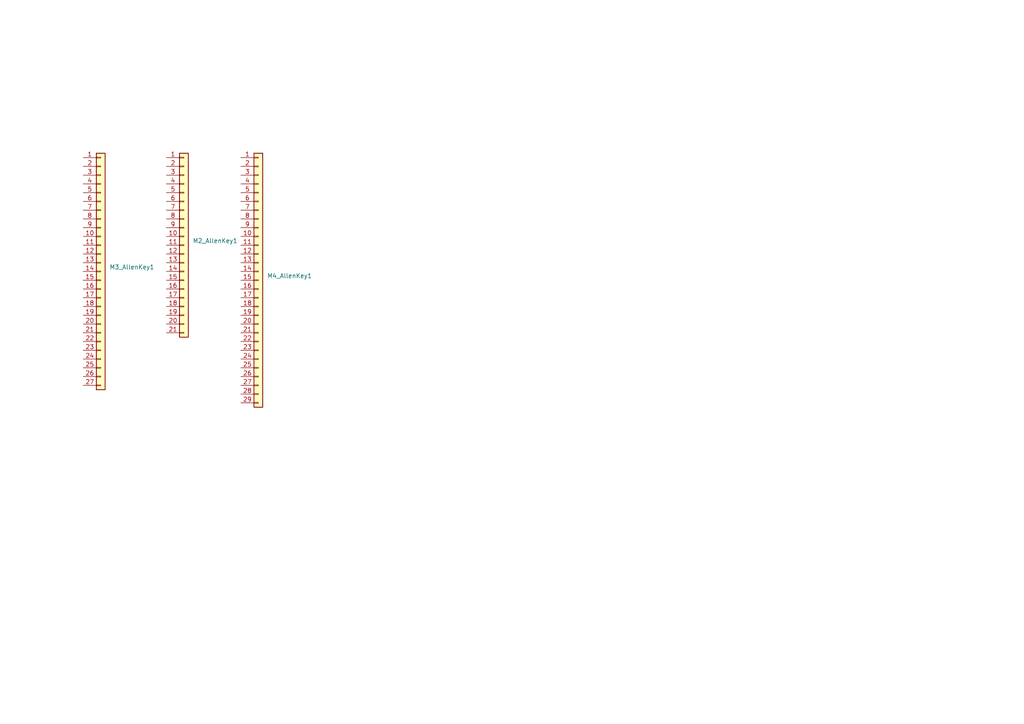
<source format=kicad_sch>
(kicad_sch (version 20231120) (generator "eeschema") (generator_version "8.0")
  (paper "A4")
  (lib_symbols
    (symbol "Connector_Generic:Conn_01x21" (pin_names (offset 1.016) hide)
      (property "Reference" "J" (at 0 27.94 0))
      (property "Value" "Conn_01x21" (at 0 -27.94 0))
      (symbol "Conn_01x21_1_1"
        (rectangle (start -1.27 -25.273) (end 0 -25.527) (stroke (width 0.1524)))
        (rectangle (start -1.27 -22.733) (end 0 -22.987) (stroke (width 0.1524)))
        (rectangle (start -1.27 -20.193) (end 0 -20.447) (stroke (width 0.1524)))
        (rectangle (start -1.27 -17.653) (end 0 -17.907) (stroke (width 0.1524)))
        (rectangle (start -1.27 -15.113) (end 0 -15.367) (stroke (width 0.1524)))
        (rectangle (start -1.27 -12.573) (end 0 -12.827) (stroke (width 0.1524)))
        (rectangle (start -1.27 -10.033) (end 0 -10.287) (stroke (width 0.1524)))
        (rectangle (start -1.27 -7.493) (end 0 -7.747) (stroke (width 0.1524)))
        (rectangle (start -1.27 -4.953) (end 0 -5.207) (stroke (width 0.1524)))
        (rectangle (start -1.27 -2.413) (end 0 -2.667) (stroke (width 0.1524)))
        (rectangle (start -1.27 0.127) (end 0 -0.127) (stroke (width 0.1524)))
        (rectangle (start -1.27 2.667) (end 0 2.413) (stroke (width 0.1524)))
        (rectangle (start -1.27 5.207) (end 0 4.953) (stroke (width 0.1524)))
        (rectangle (start -1.27 7.747) (end 0 7.493) (stroke (width 0.1524)))
        (rectangle (start -1.27 10.287) (end 0 10.033) (stroke (width 0.1524)))
        (rectangle (start -1.27 12.827) (end 0 12.573) (stroke (width 0.1524)))
        (rectangle (start -1.27 15.367) (end 0 15.113) (stroke (width 0.1524)))
        (rectangle (start -1.27 17.907) (end 0 17.653) (stroke (width 0.1524)))
        (rectangle (start -1.27 20.447) (end 0 20.193) (stroke (width 0.1524)))
        (rectangle (start -1.27 22.987) (end 0 22.733) (stroke (width 0.1524)))
        (rectangle (start -1.27 25.527) (end 0 25.273) (stroke (width 0.1524)))
        (rectangle (start -1.27 26.67) (end 1.27 -26.67) (stroke (width 0.254)) (fill (type background)))
        (pin passive line (at -5.08 25.4 0) (length 3.81) (name "Pin_1") (number "1"))
        (pin passive line (at -5.08 2.54 0) (length 3.81) (name "Pin_10") (number "10"))
        (pin passive line (at -5.08 0 0) (length 3.81) (name "Pin_11") (number "11"))
        (pin passive line (at -5.08 -2.54 0) (length 3.81) (name "Pin_12") (number "12"))
        (pin passive line (at -5.08 -5.08 0) (length 3.81) (name "Pin_13") (number "13"))
        (pin passive line (at -5.08 -7.62 0) (length 3.81) (name "Pin_14") (number "14"))
        (pin passive line (at -5.08 -10.16 0) (length 3.81) (name "Pin_15") (number "15"))
        (pin passive line (at -5.08 -12.7 0) (length 3.81) (name "Pin_16") (number "16"))
        (pin passive line (at -5.08 -15.24 0) (length 3.81) (name "Pin_17") (number "17"))
        (pin passive line (at -5.08 -17.78 0) (length 3.81) (name "Pin_18") (number "18"))
        (pin passive line (at -5.08 -20.32 0) (length 3.81) (name "Pin_19") (number "19"))
        (pin passive line (at -5.08 22.86 0) (length 3.81) (name "Pin_2") (number "2"))
        (pin passive line (at -5.08 -22.86 0) (length 3.81) (name "Pin_20") (number "20"))
        (pin passive line (at -5.08 -25.4 0) (length 3.81) (name "Pin_21") (number "21"))
        (pin passive line (at -5.08 20.32 0) (length 3.81) (name "Pin_3") (number "3"))
        (pin passive line (at -5.08 17.78 0) (length 3.81) (name "Pin_4") (number "4"))
        (pin passive line (at -5.08 15.24 0) (length 3.81) (name "Pin_5") (number "5"))
        (pin passive line (at -5.08 12.7 0) (length 3.81) (name "Pin_6") (number "6"))
        (pin passive line (at -5.08 10.16 0) (length 3.81) (name "Pin_7") (number "7"))
        (pin passive line (at -5.08 7.62 0) (length 3.81) (name "Pin_8") (number "8"))
        (pin passive line (at -5.08 5.08 0) (length 3.81) (name "Pin_9") (number "9"))
      )
    )
    (symbol "Connector_Generic:Conn_01x27" (pin_names (offset 1.016) hide)
      (property "Reference" "J" (at 0 35.56 0))
      (property "Value" "Conn_01x27" (at 0 -35.56 0))
      (symbol "Conn_01x27_1_1"
        (rectangle (start -1.27 -32.893) (end 0 -33.147) (stroke (width 0.1524)))
        (rectangle (start -1.27 -30.353) (end 0 -30.607) (stroke (width 0.1524)))
        (rectangle (start -1.27 -27.813) (end 0 -28.067) (stroke (width 0.1524)))
        (rectangle (start -1.27 -25.273) (end 0 -25.527) (stroke (width 0.1524)))
        (rectangle (start -1.27 -22.733) (end 0 -22.987) (stroke (width 0.1524)))
        (rectangle (start -1.27 -20.193) (end 0 -20.447) (stroke (width 0.1524)))
        (rectangle (start -1.27 -17.653) (end 0 -17.907) (stroke (width 0.1524)))
        (rectangle (start -1.27 -15.113) (end 0 -15.367) (stroke (width 0.1524)))
        (rectangle (start -1.27 -12.573) (end 0 -12.827) (stroke (width 0.1524)))
        (rectangle (start -1.27 -10.033) (end 0 -10.287) (stroke (width 0.1524)))
        (rectangle (start -1.27 -7.493) (end 0 -7.747) (stroke (width 0.1524)))
        (rectangle (start -1.27 -4.953) (end 0 -5.207) (stroke (width 0.1524)))
        (rectangle (start -1.27 -2.413) (end 0 -2.667) (stroke (width 0.1524)))
        (rectangle (start -1.27 0.127) (end 0 -0.127) (stroke (width 0.1524)))
        (rectangle (start -1.27 2.667) (end 0 2.413) (stroke (width 0.1524)))
        (rectangle (start -1.27 5.207) (end 0 4.953) (stroke (width 0.1524)))
        (rectangle (start -1.27 7.747) (end 0 7.493) (stroke (width 0.1524)))
        (rectangle (start -1.27 10.287) (end 0 10.033) (stroke (width 0.1524)))
        (rectangle (start -1.27 12.827) (end 0 12.573) (stroke (width 0.1524)))
        (rectangle (start -1.27 15.367) (end 0 15.113) (stroke (width 0.1524)))
        (rectangle (start -1.27 17.907) (end 0 17.653) (stroke (width 0.1524)))
        (rectangle (start -1.27 20.447) (end 0 20.193) (stroke (width 0.1524)))
        (rectangle (start -1.27 22.987) (end 0 22.733) (stroke (width 0.1524)))
        (rectangle (start -1.27 25.527) (end 0 25.273) (stroke (width 0.1524)))
        (rectangle (start -1.27 28.067) (end 0 27.813) (stroke (width 0.1524)))
        (rectangle (start -1.27 30.607) (end 0 30.353) (stroke (width 0.1524)))
        (rectangle (start -1.27 33.147) (end 0 32.893) (stroke (width 0.1524)))
        (rectangle (start -1.27 34.29) (end 1.27 -34.29) (stroke (width 0.254)) (fill (type background)))
        (pin passive line (at -5.08 33.02 0) (length 3.81) (name "Pin_1") (number "1"))
        (pin passive line (at -5.08 10.16 0) (length 3.81) (name "Pin_10") (number "10"))
        (pin passive line (at -5.08 7.62 0) (length 3.81) (name "Pin_11") (number "11"))
        (pin passive line (at -5.08 5.08 0) (length 3.81) (name "Pin_12") (number "12"))
        (pin passive line (at -5.08 2.54 0) (length 3.81) (name "Pin_13") (number "13"))
        (pin passive line (at -5.08 0 0) (length 3.81) (name "Pin_14") (number "14"))
        (pin passive line (at -5.08 -2.54 0) (length 3.81) (name "Pin_15") (number "15"))
        (pin passive line (at -5.08 -5.08 0) (length 3.81) (name "Pin_16") (number "16"))
        (pin passive line (at -5.08 -7.62 0) (length 3.81) (name "Pin_17") (number "17"))
        (pin passive line (at -5.08 -10.16 0) (length 3.81) (name "Pin_18") (number "18"))
        (pin passive line (at -5.08 -12.7 0) (length 3.81) (name "Pin_19") (number "19"))
        (pin passive line (at -5.08 30.48 0) (length 3.81) (name "Pin_2") (number "2"))
        (pin passive line (at -5.08 -15.24 0) (length 3.81) (name "Pin_20") (number "20"))
        (pin passive line (at -5.08 -17.78 0) (length 3.81) (name "Pin_21") (number "21"))
        (pin passive line (at -5.08 -20.32 0) (length 3.81) (name "Pin_22") (number "22"))
        (pin passive line (at -5.08 -22.86 0) (length 3.81) (name "Pin_23") (number "23"))
        (pin passive line (at -5.08 -25.4 0) (length 3.81) (name "Pin_24") (number "24"))
        (pin passive line (at -5.08 -27.94 0) (length 3.81) (name "Pin_25") (number "25"))
        (pin passive line (at -5.08 -30.48 0) (length 3.81) (name "Pin_26") (number "26"))
        (pin passive line (at -5.08 -33.02 0) (length 3.81) (name "Pin_27") (number "27"))
        (pin passive line (at -5.08 27.94 0) (length 3.81) (name "Pin_3") (number "3"))
        (pin passive line (at -5.08 25.4 0) (length 3.81) (name "Pin_4") (number "4"))
        (pin passive line (at -5.08 22.86 0) (length 3.81) (name "Pin_5") (number "5"))
        (pin passive line (at -5.08 20.32 0) (length 3.81) (name "Pin_6") (number "6"))
        (pin passive line (at -5.08 17.78 0) (length 3.81) (name "Pin_7") (number "7"))
        (pin passive line (at -5.08 15.24 0) (length 3.81) (name "Pin_8") (number "8"))
        (pin passive line (at -5.08 12.7 0) (length 3.81) (name "Pin_9") (number "9"))
      )
    )
    (symbol "Connector_Generic:Conn_01x29" (pin_names (offset 1.016) hide)
      (property "Reference" "J" (at 0 38.1 0))
      (property "Value" "Conn_01x29" (at 0 -38.1 0))
      (symbol "Conn_01x29_1_1"
        (rectangle (start -1.27 -35.433) (end 0 -35.687) (stroke (width 0.1524)))
        (rectangle (start -1.27 -32.893) (end 0 -33.147) (stroke (width 0.1524)))
        (rectangle (start -1.27 -30.353) (end 0 -30.607) (stroke (width 0.1524)))
        (rectangle (start -1.27 -27.813) (end 0 -28.067) (stroke (width 0.1524)))
        (rectangle (start -1.27 -25.273) (end 0 -25.527) (stroke (width 0.1524)))
        (rectangle (start -1.27 -22.733) (end 0 -22.987) (stroke (width 0.1524)))
        (rectangle (start -1.27 -20.193) (end 0 -20.447) (stroke (width 0.1524)))
        (rectangle (start -1.27 -17.653) (end 0 -17.907) (stroke (width 0.1524)))
        (rectangle (start -1.27 -15.113) (end 0 -15.367) (stroke (width 0.1524)))
        (rectangle (start -1.27 -12.573) (end 0 -12.827) (stroke (width 0.1524)))
        (rectangle (start -1.27 -10.033) (end 0 -10.287) (stroke (width 0.1524)))
        (rectangle (start -1.27 -7.493) (end 0 -7.747) (stroke (width 0.1524)))
        (rectangle (start -1.27 -4.953) (end 0 -5.207) (stroke (width 0.1524)))
        (rectangle (start -1.27 -2.413) (end 0 -2.667) (stroke (width 0.1524)))
        (rectangle (start -1.27 0.127) (end 0 -0.127) (stroke (width 0.1524)))
        (rectangle (start -1.27 2.667) (end 0 2.413) (stroke (width 0.1524)))
        (rectangle (start -1.27 5.207) (end 0 4.953) (stroke (width 0.1524)))
        (rectangle (start -1.27 7.747) (end 0 7.493) (stroke (width 0.1524)))
        (rectangle (start -1.27 10.287) (end 0 10.033) (stroke (width 0.1524)))
        (rectangle (start -1.27 12.827) (end 0 12.573) (stroke (width 0.1524)))
        (rectangle (start -1.27 15.367) (end 0 15.113) (stroke (width 0.1524)))
        (rectangle (start -1.27 17.907) (end 0 17.653) (stroke (width 0.1524)))
        (rectangle (start -1.27 20.447) (end 0 20.193) (stroke (width 0.1524)))
        (rectangle (start -1.27 22.987) (end 0 22.733) (stroke (width 0.1524)))
        (rectangle (start -1.27 25.527) (end 0 25.273) (stroke (width 0.1524)))
        (rectangle (start -1.27 28.067) (end 0 27.813) (stroke (width 0.1524)))
        (rectangle (start -1.27 30.607) (end 0 30.353) (stroke (width 0.1524)))
        (rectangle (start -1.27 33.147) (end 0 32.893) (stroke (width 0.1524)))
        (rectangle (start -1.27 35.687) (end 0 35.433) (stroke (width 0.1524)))
        (rectangle (start -1.27 36.83) (end 1.27 -36.83) (stroke (width 0.254)) (fill (type background)))
        (pin passive line (at -5.08 35.56 0) (length 3.81) (name "Pin_1") (number "1"))
        (pin passive line (at -5.08 12.7 0) (length 3.81) (name "Pin_10") (number "10"))
        (pin passive line (at -5.08 10.16 0) (length 3.81) (name "Pin_11") (number "11"))
        (pin passive line (at -5.08 7.62 0) (length 3.81) (name "Pin_12") (number "12"))
        (pin passive line (at -5.08 5.08 0) (length 3.81) (name "Pin_13") (number "13"))
        (pin passive line (at -5.08 2.54 0) (length 3.81) (name "Pin_14") (number "14"))
        (pin passive line (at -5.08 0 0) (length 3.81) (name "Pin_15") (number "15"))
        (pin passive line (at -5.08 -2.54 0) (length 3.81) (name "Pin_16") (number "16"))
        (pin passive line (at -5.08 -5.08 0) (length 3.81) (name "Pin_17") (number "17"))
        (pin passive line (at -5.08 -7.62 0) (length 3.81) (name "Pin_18") (number "18"))
        (pin passive line (at -5.08 -10.16 0) (length 3.81) (name "Pin_19") (number "19"))
        (pin passive line (at -5.08 33.02 0) (length 3.81) (name "Pin_2") (number "2"))
        (pin passive line (at -5.08 -12.7 0) (length 3.81) (name "Pin_20") (number "20"))
        (pin passive line (at -5.08 -15.24 0) (length 3.81) (name "Pin_21") (number "21"))
        (pin passive line (at -5.08 -17.78 0) (length 3.81) (name "Pin_22") (number "22"))
        (pin passive line (at -5.08 -20.32 0) (length 3.81) (name "Pin_23") (number "23"))
        (pin passive line (at -5.08 -22.86 0) (length 3.81) (name "Pin_24") (number "24"))
        (pin passive line (at -5.08 -25.4 0) (length 3.81) (name "Pin_25") (number "25"))
        (pin passive line (at -5.08 -27.94 0) (length 3.81) (name "Pin_26") (number "26"))
        (pin passive line (at -5.08 -30.48 0) (length 3.81) (name "Pin_27") (number "27"))
        (pin passive line (at -5.08 -33.02 0) (length 3.81) (name "Pin_28") (number "28"))
        (pin passive line (at -5.08 -35.56 0) (length 3.81) (name "Pin_29") (number "29"))
        (pin passive line (at -5.08 30.48 0) (length 3.81) (name "Pin_3") (number "3"))
        (pin passive line (at -5.08 27.94 0) (length 3.81) (name "Pin_4") (number "4"))
        (pin passive line (at -5.08 25.4 0) (length 3.81) (name "Pin_5") (number "5"))
        (pin passive line (at -5.08 22.86 0) (length 3.81) (name "Pin_6") (number "6"))
        (pin passive line (at -5.08 20.32 0) (length 3.81) (name "Pin_7") (number "7"))
        (pin passive line (at -5.08 17.78 0) (length 3.81) (name "Pin_8") (number "8"))
        (pin passive line (at -5.08 15.24 0) (length 3.81) (name "Pin_9") (number "9"))
      )
    )
  )
  (symbol (lib_id "Connector_Generic:Conn_01x29") (at 74.93 81.28 0) (unit 1)
    (property "Reference" "M4_AllenKey1" (at 77.47 80.0099 0) (effects (justify left)))
    (property "Value" "Conn_01x29" (effects (hide yes)))
    (property "Footprint" "Connector_PinHeader_2.54mm:PinHeader_1x29_P2.54mm_Vertical" (effects (hide yes)))
    (property "Description" "Generic connector, single row, 01x29, script generated (kicad-library-utils/schlib/autogen/connector/)" (effects (hide yes)))
  )
  (symbol (lib_id "Connector_Generic:Conn_01x27") (at 29.21 78.74 0) (unit 1)
    (property "Reference" "M3_AllenKey1" (at 31.75 77.4699 0) (effects (justify left)))
    (property "Value" "Conn_01x27" (effects (hide yes)))
    (property "Footprint" "Connector_PinHeader_2.54mm:PinHeader_1x27_P2.54mm_Vertical" (effects (hide yes)))
    (property "Description" "Generic connector, single row, 01x27, script generated (kicad-library-utils/schlib/autogen/connector/)" (effects (hide yes)))
  )
  (symbol (lib_id "Connector_Generic:Conn_01x21") (at 53.34 71.12 0) (unit 1)
    (property "Reference" "M2_AllenKey1" (at 55.88 69.8499 0) (effects (justify left)))
    (property "Value" "Conn_01x21" (effects (hide yes)))
    (property "Footprint" "Connector_PinHeader_2.54mm:PinHeader_1x21_P2.54mm_Vertical" (effects (hide yes)))
    (property "Description" "Generic connector, single row, 01x21, script generated (kicad-library-utils/schlib/autogen/connector/)" (effects (hide yes)))
  )
)
</source>
